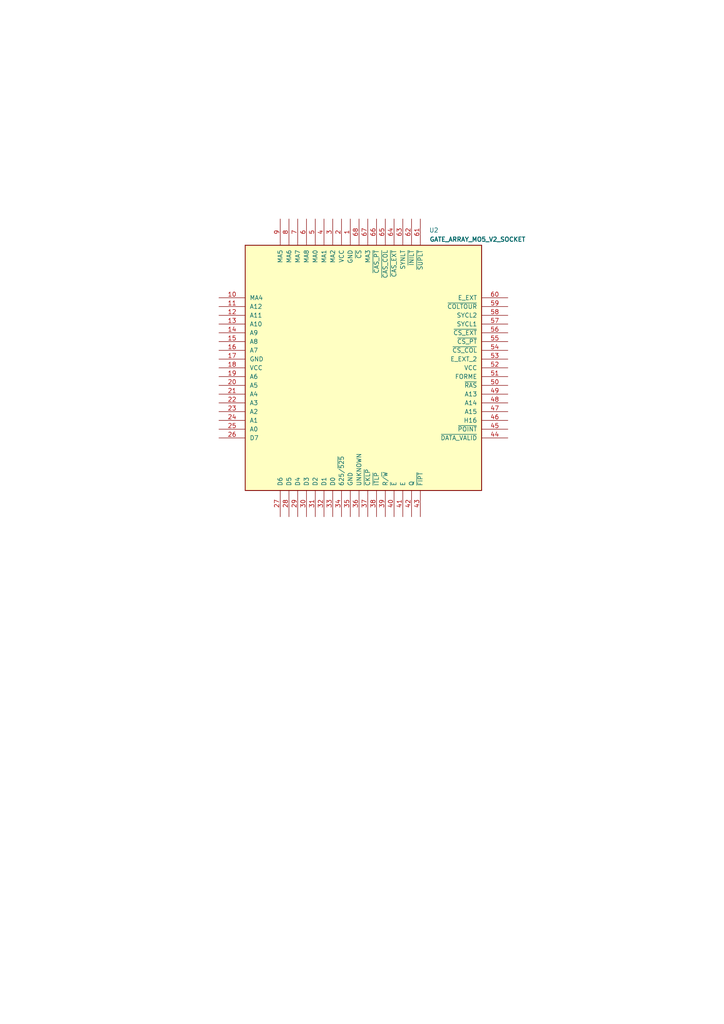
<source format=kicad_sch>
(kicad_sch (version 20230121) (generator eeschema)
  (paper "A4" portrait)
  (title_block (title "Thomson MO5 — Gate array development board") (date "2025-07-08") (rev "v0.0.0-draft") (company "Sporniket.com"))
  (lib_symbols
    (symbol "gate_array_v2:GATE_ARRAY_MO5_V2_SOCKET" (pin_names (offset 1.27))
      (property "Reference" "U" (at 19.05 40.64 0))
      (property "Value" "GATE_ARRAY_MO5_V2_SOCKET" (at 19.05 38.1 0))
      (symbol "GATE_ARRAY_MO5_V2_SOCKET_0_0"
        (rectangle (start -34.29 35.56) (end 34.29 -35.56) (stroke (width 0.254)) (fill (type background)))
        (pin passive line (at -3.81 43.18 270) (length 7.62) (name "GND") (number "1"))
        (pin passive line (at -41.91 20.32 0) (length 7.62) (name "MA4") (number "10"))
        (pin passive line (at -41.91 17.78 0) (length 7.62) (name "A12") (number "11"))
        (pin passive line (at -41.91 15.24 0) (length 7.62) (name "A11") (number "12"))
        (pin passive line (at -41.91 12.7 0) (length 7.62) (name "A10") (number "13"))
        (pin passive line (at -41.91 10.16 0) (length 7.62) (name "A9") (number "14"))
        (pin passive line (at -41.91 7.62 0) (length 7.62) (name "A8") (number "15"))
        (pin passive line (at -41.91 5.08 0) (length 7.62) (name "A7") (number "16"))
        (pin passive line (at -41.91 2.54 0) (length 7.62) (name "GND") (number "17"))
        (pin passive line (at -41.91 0 0) (length 7.62) (name "VCC") (number "18"))
        (pin passive line (at -41.91 -2.54 0) (length 7.62) (name "A6") (number "19"))
        (pin passive line (at -6.35 43.18 270) (length 7.62) (name "VCC") (number "2"))
        (pin passive line (at -41.91 -5.08 0) (length 7.62) (name "A5") (number "20"))
        (pin passive line (at -41.91 -7.62 0) (length 7.62) (name "A4") (number "21"))
        (pin passive line (at -41.91 -10.16 0) (length 7.62) (name "A3") (number "22"))
        (pin passive line (at -41.91 -12.7 0) (length 7.62) (name "A2") (number "23"))
        (pin passive line (at -41.91 -15.24 0) (length 7.62) (name "A1") (number "24"))
        (pin passive line (at -41.91 -17.78 0) (length 7.62) (name "A0") (number "25"))
        (pin passive line (at -41.91 -20.32 0) (length 7.62) (name "D7") (number "26"))
        (pin passive line (at -24.13 -43.18 90) (length 7.62) (name "D6") (number "27"))
        (pin passive line (at -21.59 -43.18 90) (length 7.62) (name "D5") (number "28"))
        (pin passive line (at -19.05 -43.18 90) (length 7.62) (name "D4") (number "29"))
        (pin passive line (at -8.89 43.18 270) (length 7.62) (name "MA2") (number "3"))
        (pin passive line (at -16.51 -43.18 90) (length 7.62) (name "D3") (number "30"))
        (pin passive line (at -13.97 -43.18 90) (length 7.62) (name "D2") (number "31"))
        (pin passive line (at -11.43 -43.18 90) (length 7.62) (name "D1") (number "32"))
        (pin passive line (at -8.89 -43.18 90) (length 7.62) (name "D0") (number "33"))
        (pin passive line (at -6.35 -43.18 90) (length 7.62) (name "625/~{525}") (number "34"))
        (pin passive line (at -3.81 -43.18 90) (length 7.62) (name "GND") (number "35"))
        (pin passive line (at -1.27 -43.18 90) (length 7.62) (name "UNKNOWN") (number "36"))
        (pin passive line (at 1.27 -43.18 90) (length 7.62) (name "~{CKLP}") (number "37"))
        (pin passive line (at 3.81 -43.18 90) (length 7.62) (name "~{ITLP}") (number "38"))
        (pin passive line (at 6.35 -43.18 90) (length 7.62) (name "R/~{W}") (number "39"))
        (pin passive line (at -11.43 43.18 270) (length 7.62) (name "MA1") (number "4"))
        (pin passive line (at 8.89 -43.18 90) (length 7.62) (name "~{E}") (number "40"))
        (pin passive line (at 11.43 -43.18 90) (length 7.62) (name "E") (number "41"))
        (pin passive line (at 13.97 -43.18 90) (length 7.62) (name "Q") (number "42"))
        (pin passive line (at 16.51 -43.18 90) (length 7.62) (name "~{FIPT}") (number "43"))
        (pin passive line (at 41.91 -20.32 180) (length 7.62) (name "~{DATA_VALID}") (number "44"))
        (pin passive line (at 41.91 -17.78 180) (length 7.62) (name "~{POINT}") (number "45"))
        (pin passive line (at 41.91 -15.24 180) (length 7.62) (name "H16") (number "46"))
        (pin passive line (at 41.91 -12.7 180) (length 7.62) (name "A15") (number "47"))
        (pin passive line (at 41.91 -10.16 180) (length 7.62) (name "A14") (number "48"))
        (pin passive line (at 41.91 -7.62 180) (length 7.62) (name "A13") (number "49"))
        (pin passive line (at -13.97 43.18 270) (length 7.62) (name "MA0") (number "5"))
        (pin passive line (at 41.91 -5.08 180) (length 7.62) (name "~{RAS}") (number "50"))
        (pin passive line (at 41.91 -2.54 180) (length 7.62) (name "FORME") (number "51"))
        (pin passive line (at 41.91 0 180) (length 7.62) (name "VCC") (number "52"))
        (pin passive line (at 41.91 2.54 180) (length 7.62) (name "E_EXT_2") (number "53"))
        (pin passive line (at 41.91 5.08 180) (length 7.62) (name "~{CS_COL}") (number "54"))
        (pin passive line (at 41.91 7.62 180) (length 7.62) (name "~{CS_PT}") (number "55"))
        (pin passive line (at 41.91 10.16 180) (length 7.62) (name "~{CS_EXT}") (number "56"))
        (pin passive line (at 41.91 12.7 180) (length 7.62) (name "SYCL1") (number "57"))
        (pin passive line (at 41.91 15.24 180) (length 7.62) (name "SYCL2") (number "58"))
        (pin passive line (at 41.91 17.78 180) (length 7.62) (name "~{COLTOUR}") (number "59"))
        (pin passive line (at -16.51 43.18 270) (length 7.62) (name "MA8") (number "6"))
        (pin passive line (at 41.91 20.32 180) (length 7.62) (name "E_EXT") (number "60"))
        (pin passive line (at 16.51 43.18 270) (length 7.62) (name "~{SUPLT}") (number "61"))
        (pin passive line (at 13.97 43.18 270) (length 7.62) (name "~{INILT}") (number "62"))
        (pin passive line (at 11.43 43.18 270) (length 7.62) (name "SYNLT") (number "63"))
        (pin passive line (at 8.89 43.18 270) (length 7.62) (name "~{CAS_EXT}") (number "64"))
        (pin passive line (at 6.35 43.18 270) (length 7.62) (name "~{CAS_COL}") (number "65"))
        (pin passive line (at 3.81 43.18 270) (length 7.62) (name "~{CAS_PT}") (number "66"))
        (pin passive line (at 1.27 43.18 270) (length 7.62) (name "MA3") (number "67"))
        (pin passive line (at -1.27 43.18 270) (length 7.62) (name "~{CS}") (number "68"))
        (pin passive line (at -19.05 43.18 270) (length 7.62) (name "MA7") (number "7"))
        (pin passive line (at -21.59 43.18 270) (length 7.62) (name "MA6") (number "8"))
        (pin passive line (at -24.13 43.18 270) (length 7.62) (name "MA5") (number "9"))
      )
    )
  )
  (symbol (lib_id "gate_array_v2:GATE_ARRAY_MO5_V2_SOCKET") (at 105.41 106.68 0) (unit 1)
    (property "Reference" "U2" (at 124.46 66.04 0) (effects (justify left top)))
    (property "Value" "GATE_ARRAY_MO5_V2_SOCKET" (at 124.46 68.58 0) (effects (font bold) (justify left top)))
    (property "Footprint" "Package_LCC:PLCC-68_THT-Socket" (effects hide))
  )
)
</source>
